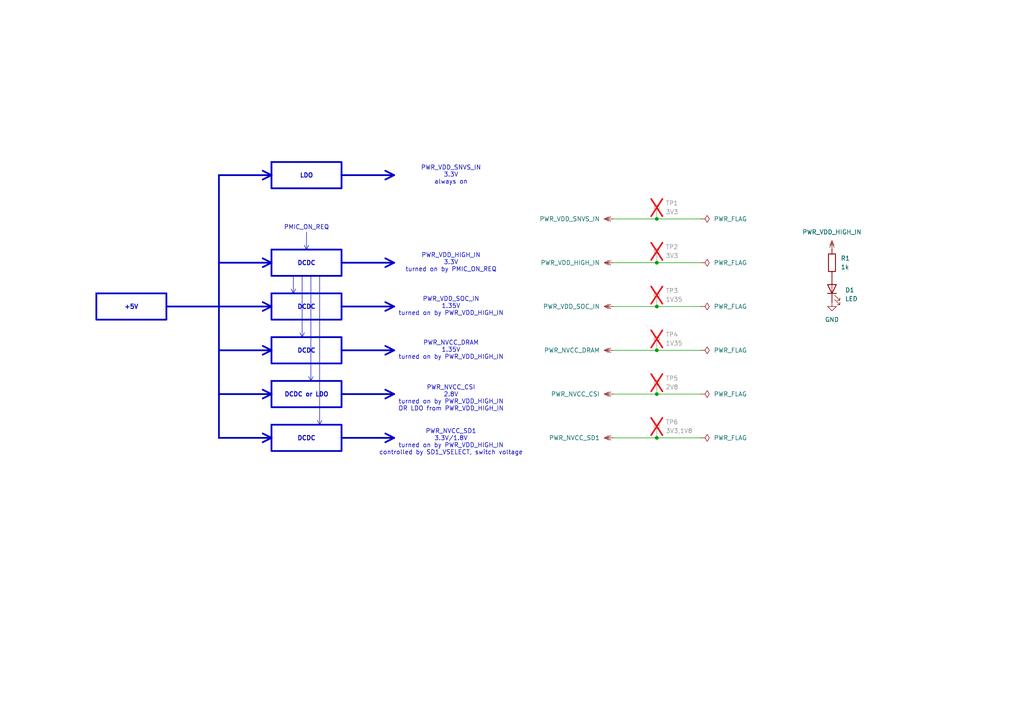
<source format=kicad_sch>
(kicad_sch
	(version 20231120)
	(generator "eeschema")
	(generator_version "8.0")
	(uuid "6509fb90-a790-49c3-8497-f98a3305807c")
	(paper "A4")
	(title_block
		(title "i.MX6ULL Core - Power")
		(date "2024-06-06")
		(rev "0.9.1")
	)
	(lib_symbols
		(symbol "Connector:TestPoint"
			(pin_numbers hide)
			(pin_names
				(offset 0.762) hide)
			(exclude_from_sim no)
			(in_bom yes)
			(on_board yes)
			(property "Reference" "TP"
				(at 0 6.858 0)
				(effects
					(font
						(size 1.27 1.27)
					)
				)
			)
			(property "Value" "TestPoint"
				(at 0 5.08 0)
				(effects
					(font
						(size 1.27 1.27)
					)
				)
			)
			(property "Footprint" ""
				(at 5.08 0 0)
				(effects
					(font
						(size 1.27 1.27)
					)
					(hide yes)
				)
			)
			(property "Datasheet" "~"
				(at 5.08 0 0)
				(effects
					(font
						(size 1.27 1.27)
					)
					(hide yes)
				)
			)
			(property "Description" "test point"
				(at 0 0 0)
				(effects
					(font
						(size 1.27 1.27)
					)
					(hide yes)
				)
			)
			(property "ki_keywords" "test point tp"
				(at 0 0 0)
				(effects
					(font
						(size 1.27 1.27)
					)
					(hide yes)
				)
			)
			(property "ki_fp_filters" "Pin* Test*"
				(at 0 0 0)
				(effects
					(font
						(size 1.27 1.27)
					)
					(hide yes)
				)
			)
			(symbol "TestPoint_0_1"
				(circle
					(center 0 3.302)
					(radius 0.762)
					(stroke
						(width 0)
						(type default)
					)
					(fill
						(type none)
					)
				)
			)
			(symbol "TestPoint_1_1"
				(pin passive line
					(at 0 0 90)
					(length 2.54)
					(name "1"
						(effects
							(font
								(size 1.27 1.27)
							)
						)
					)
					(number "1"
						(effects
							(font
								(size 1.27 1.27)
							)
						)
					)
				)
			)
		)
		(symbol "Device:LED"
			(pin_numbers hide)
			(pin_names
				(offset 1.016) hide)
			(exclude_from_sim no)
			(in_bom yes)
			(on_board yes)
			(property "Reference" "D"
				(at 0 2.54 0)
				(effects
					(font
						(size 1.27 1.27)
					)
				)
			)
			(property "Value" "LED"
				(at 0 -2.54 0)
				(effects
					(font
						(size 1.27 1.27)
					)
				)
			)
			(property "Footprint" ""
				(at 0 0 0)
				(effects
					(font
						(size 1.27 1.27)
					)
					(hide yes)
				)
			)
			(property "Datasheet" "~"
				(at 0 0 0)
				(effects
					(font
						(size 1.27 1.27)
					)
					(hide yes)
				)
			)
			(property "Description" "Light emitting diode"
				(at 0 0 0)
				(effects
					(font
						(size 1.27 1.27)
					)
					(hide yes)
				)
			)
			(property "ki_keywords" "LED diode"
				(at 0 0 0)
				(effects
					(font
						(size 1.27 1.27)
					)
					(hide yes)
				)
			)
			(property "ki_fp_filters" "LED* LED_SMD:* LED_THT:*"
				(at 0 0 0)
				(effects
					(font
						(size 1.27 1.27)
					)
					(hide yes)
				)
			)
			(symbol "LED_0_1"
				(polyline
					(pts
						(xy -1.27 -1.27) (xy -1.27 1.27)
					)
					(stroke
						(width 0.254)
						(type default)
					)
					(fill
						(type none)
					)
				)
				(polyline
					(pts
						(xy -1.27 0) (xy 1.27 0)
					)
					(stroke
						(width 0)
						(type default)
					)
					(fill
						(type none)
					)
				)
				(polyline
					(pts
						(xy 1.27 -1.27) (xy 1.27 1.27) (xy -1.27 0) (xy 1.27 -1.27)
					)
					(stroke
						(width 0.254)
						(type default)
					)
					(fill
						(type none)
					)
				)
				(polyline
					(pts
						(xy -3.048 -0.762) (xy -4.572 -2.286) (xy -3.81 -2.286) (xy -4.572 -2.286) (xy -4.572 -1.524)
					)
					(stroke
						(width 0)
						(type default)
					)
					(fill
						(type none)
					)
				)
				(polyline
					(pts
						(xy -1.778 -0.762) (xy -3.302 -2.286) (xy -2.54 -2.286) (xy -3.302 -2.286) (xy -3.302 -1.524)
					)
					(stroke
						(width 0)
						(type default)
					)
					(fill
						(type none)
					)
				)
			)
			(symbol "LED_1_1"
				(pin passive line
					(at -3.81 0 0)
					(length 2.54)
					(name "K"
						(effects
							(font
								(size 1.27 1.27)
							)
						)
					)
					(number "1"
						(effects
							(font
								(size 1.27 1.27)
							)
						)
					)
				)
				(pin passive line
					(at 3.81 0 180)
					(length 2.54)
					(name "A"
						(effects
							(font
								(size 1.27 1.27)
							)
						)
					)
					(number "2"
						(effects
							(font
								(size 1.27 1.27)
							)
						)
					)
				)
			)
		)
		(symbol "Device:R"
			(pin_numbers hide)
			(pin_names
				(offset 0)
			)
			(exclude_from_sim no)
			(in_bom yes)
			(on_board yes)
			(property "Reference" "R"
				(at 2.032 0 90)
				(effects
					(font
						(size 1.27 1.27)
					)
				)
			)
			(property "Value" "R"
				(at 0 0 90)
				(effects
					(font
						(size 1.27 1.27)
					)
				)
			)
			(property "Footprint" ""
				(at -1.778 0 90)
				(effects
					(font
						(size 1.27 1.27)
					)
					(hide yes)
				)
			)
			(property "Datasheet" "~"
				(at 0 0 0)
				(effects
					(font
						(size 1.27 1.27)
					)
					(hide yes)
				)
			)
			(property "Description" "Resistor"
				(at 0 0 0)
				(effects
					(font
						(size 1.27 1.27)
					)
					(hide yes)
				)
			)
			(property "ki_keywords" "R res resistor"
				(at 0 0 0)
				(effects
					(font
						(size 1.27 1.27)
					)
					(hide yes)
				)
			)
			(property "ki_fp_filters" "R_*"
				(at 0 0 0)
				(effects
					(font
						(size 1.27 1.27)
					)
					(hide yes)
				)
			)
			(symbol "R_0_1"
				(rectangle
					(start -1.016 -2.54)
					(end 1.016 2.54)
					(stroke
						(width 0.254)
						(type default)
					)
					(fill
						(type none)
					)
				)
			)
			(symbol "R_1_1"
				(pin passive line
					(at 0 3.81 270)
					(length 1.27)
					(name "~"
						(effects
							(font
								(size 1.27 1.27)
							)
						)
					)
					(number "1"
						(effects
							(font
								(size 1.27 1.27)
							)
						)
					)
				)
				(pin passive line
					(at 0 -3.81 90)
					(length 1.27)
					(name "~"
						(effects
							(font
								(size 1.27 1.27)
							)
						)
					)
					(number "2"
						(effects
							(font
								(size 1.27 1.27)
							)
						)
					)
				)
			)
		)
		(symbol "i.MX6ULL_Core:PWR_NVCC_CSI"
			(power)
			(pin_numbers hide)
			(pin_names hide)
			(exclude_from_sim no)
			(in_bom no)
			(on_board no)
			(property "Reference" "#PWR_NVCC_CSI"
				(at 0 0 0)
				(effects
					(font
						(size 1.27 1.27)
					)
					(hide yes)
				)
			)
			(property "Value" "PWR_NVCC_CSI"
				(at 0 0 0)
				(effects
					(font
						(size 1.27 1.27)
					)
				)
			)
			(property "Footprint" ""
				(at 0 0 0)
				(effects
					(font
						(size 1.27 1.27)
					)
					(hide yes)
				)
			)
			(property "Datasheet" ""
				(at 0 0 0)
				(effects
					(font
						(size 1.27 1.27)
					)
					(hide yes)
				)
			)
			(property "Description" ""
				(at 0 0 0)
				(effects
					(font
						(size 1.27 1.27)
					)
					(hide yes)
				)
			)
			(symbol "PWR_NVCC_CSI_0_1"
				(polyline
					(pts
						(xy -0.635 0.635) (xy 0 1.905)
					)
					(stroke
						(width 0)
						(type default)
					)
					(fill
						(type none)
					)
				)
				(polyline
					(pts
						(xy -0.635 1.27) (xy 0 2.54)
					)
					(stroke
						(width 0)
						(type default)
					)
					(fill
						(type none)
					)
				)
				(polyline
					(pts
						(xy 0 2.54) (xy 0 0)
					)
					(stroke
						(width 0)
						(type default)
					)
					(fill
						(type none)
					)
				)
				(polyline
					(pts
						(xy 0.635 0.635) (xy 0 1.905)
					)
					(stroke
						(width 0)
						(type default)
					)
					(fill
						(type none)
					)
				)
				(polyline
					(pts
						(xy 0.635 1.27) (xy 0 2.54)
					)
					(stroke
						(width 0)
						(type default)
					)
					(fill
						(type none)
					)
				)
			)
			(symbol "PWR_NVCC_CSI_1_1"
				(pin power_in line
					(at 0 0 0)
					(length 0)
					(name ""
						(effects
							(font
								(size 1.27 1.27)
							)
						)
					)
					(number "1"
						(effects
							(font
								(size 1.27 1.27)
							)
						)
					)
				)
			)
		)
		(symbol "i.MX6ULL_Core:PWR_NVCC_DRAM"
			(power)
			(pin_numbers hide)
			(pin_names hide)
			(exclude_from_sim no)
			(in_bom no)
			(on_board no)
			(property "Reference" "#PWR_NVCC_DRAM"
				(at 0 0 0)
				(effects
					(font
						(size 1.27 1.27)
					)
					(hide yes)
				)
			)
			(property "Value" "PWR_NVCC_DRAM"
				(at 0 0 0)
				(effects
					(font
						(size 1.27 1.27)
					)
				)
			)
			(property "Footprint" ""
				(at 0 0 0)
				(effects
					(font
						(size 1.27 1.27)
					)
					(hide yes)
				)
			)
			(property "Datasheet" ""
				(at 0 0 0)
				(effects
					(font
						(size 1.27 1.27)
					)
					(hide yes)
				)
			)
			(property "Description" ""
				(at 0 0 0)
				(effects
					(font
						(size 1.27 1.27)
					)
					(hide yes)
				)
			)
			(symbol "PWR_NVCC_DRAM_0_1"
				(polyline
					(pts
						(xy -0.635 0.635) (xy 0 1.905)
					)
					(stroke
						(width 0)
						(type default)
					)
					(fill
						(type none)
					)
				)
				(polyline
					(pts
						(xy -0.635 1.27) (xy 0 2.54)
					)
					(stroke
						(width 0)
						(type default)
					)
					(fill
						(type none)
					)
				)
				(polyline
					(pts
						(xy 0 2.54) (xy 0 0)
					)
					(stroke
						(width 0)
						(type default)
					)
					(fill
						(type none)
					)
				)
				(polyline
					(pts
						(xy 0.635 0.635) (xy 0 1.905)
					)
					(stroke
						(width 0)
						(type default)
					)
					(fill
						(type none)
					)
				)
				(polyline
					(pts
						(xy 0.635 1.27) (xy 0 2.54)
					)
					(stroke
						(width 0)
						(type default)
					)
					(fill
						(type none)
					)
				)
			)
			(symbol "PWR_NVCC_DRAM_1_1"
				(pin power_in line
					(at 0 0 0)
					(length 0)
					(name ""
						(effects
							(font
								(size 1.27 1.27)
							)
						)
					)
					(number "1"
						(effects
							(font
								(size 1.27 1.27)
							)
						)
					)
				)
			)
		)
		(symbol "i.MX6ULL_Core:PWR_NVCC_SD1"
			(power)
			(pin_numbers hide)
			(pin_names hide)
			(exclude_from_sim no)
			(in_bom no)
			(on_board no)
			(property "Reference" "#PWR_NVCC_SD1"
				(at 0 0 0)
				(effects
					(font
						(size 1.27 1.27)
					)
					(hide yes)
				)
			)
			(property "Value" "PWR_NVCC_SD1"
				(at 0 0 0)
				(effects
					(font
						(size 1.27 1.27)
					)
				)
			)
			(property "Footprint" ""
				(at 0 0 0)
				(effects
					(font
						(size 1.27 1.27)
					)
					(hide yes)
				)
			)
			(property "Datasheet" ""
				(at 0 0 0)
				(effects
					(font
						(size 1.27 1.27)
					)
					(hide yes)
				)
			)
			(property "Description" ""
				(at 0 0 0)
				(effects
					(font
						(size 1.27 1.27)
					)
					(hide yes)
				)
			)
			(symbol "PWR_NVCC_SD1_0_1"
				(polyline
					(pts
						(xy -0.635 0.635) (xy 0 1.905)
					)
					(stroke
						(width 0)
						(type default)
					)
					(fill
						(type none)
					)
				)
				(polyline
					(pts
						(xy -0.635 1.27) (xy 0 2.54)
					)
					(stroke
						(width 0)
						(type default)
					)
					(fill
						(type none)
					)
				)
				(polyline
					(pts
						(xy 0 2.54) (xy 0 0)
					)
					(stroke
						(width 0)
						(type default)
					)
					(fill
						(type none)
					)
				)
				(polyline
					(pts
						(xy 0.635 0.635) (xy 0 1.905)
					)
					(stroke
						(width 0)
						(type default)
					)
					(fill
						(type none)
					)
				)
				(polyline
					(pts
						(xy 0.635 1.27) (xy 0 2.54)
					)
					(stroke
						(width 0)
						(type default)
					)
					(fill
						(type none)
					)
				)
			)
			(symbol "PWR_NVCC_SD1_1_1"
				(pin power_in line
					(at 0 0 0)
					(length 0)
					(name ""
						(effects
							(font
								(size 1.27 1.27)
							)
						)
					)
					(number "1"
						(effects
							(font
								(size 1.27 1.27)
							)
						)
					)
				)
			)
		)
		(symbol "i.MX6ULL_Core:PWR_VDD_HIGH_IN"
			(power)
			(pin_numbers hide)
			(pin_names hide)
			(exclude_from_sim no)
			(in_bom no)
			(on_board no)
			(property "Reference" "#PWR_VDD_HIGH_IN"
				(at 0 0 0)
				(effects
					(font
						(size 1.27 1.27)
					)
					(hide yes)
				)
			)
			(property "Value" "PWR_VDD_HIGH_IN"
				(at 0 0 0)
				(effects
					(font
						(size 1.27 1.27)
					)
				)
			)
			(property "Footprint" ""
				(at 0 0 0)
				(effects
					(font
						(size 1.27 1.27)
					)
					(hide yes)
				)
			)
			(property "Datasheet" ""
				(at 0 0 0)
				(effects
					(font
						(size 1.27 1.27)
					)
					(hide yes)
				)
			)
			(property "Description" ""
				(at 0 0 0)
				(effects
					(font
						(size 1.27 1.27)
					)
					(hide yes)
				)
			)
			(symbol "PWR_VDD_HIGH_IN_0_1"
				(polyline
					(pts
						(xy -0.635 0.635) (xy 0 1.905)
					)
					(stroke
						(width 0)
						(type default)
					)
					(fill
						(type none)
					)
				)
				(polyline
					(pts
						(xy -0.635 1.27) (xy 0 2.54)
					)
					(stroke
						(width 0)
						(type default)
					)
					(fill
						(type none)
					)
				)
				(polyline
					(pts
						(xy 0 2.54) (xy 0 0)
					)
					(stroke
						(width 0)
						(type default)
					)
					(fill
						(type none)
					)
				)
				(polyline
					(pts
						(xy 0.635 0.635) (xy 0 1.905)
					)
					(stroke
						(width 0)
						(type default)
					)
					(fill
						(type none)
					)
				)
				(polyline
					(pts
						(xy 0.635 1.27) (xy 0 2.54)
					)
					(stroke
						(width 0)
						(type default)
					)
					(fill
						(type none)
					)
				)
			)
			(symbol "PWR_VDD_HIGH_IN_1_1"
				(pin power_in line
					(at 0 0 0)
					(length 0)
					(name ""
						(effects
							(font
								(size 1.27 1.27)
							)
						)
					)
					(number "1"
						(effects
							(font
								(size 1.27 1.27)
							)
						)
					)
				)
			)
		)
		(symbol "i.MX6ULL_Core:PWR_VDD_SNVS_IN"
			(power)
			(pin_numbers hide)
			(pin_names hide)
			(exclude_from_sim no)
			(in_bom no)
			(on_board no)
			(property "Reference" "#PWR_VDD_SNVS_IN"
				(at 0 0 0)
				(effects
					(font
						(size 1.27 1.27)
					)
					(hide yes)
				)
			)
			(property "Value" "PWR_VDD_SNVS_IN"
				(at 0 0 0)
				(effects
					(font
						(size 1.27 1.27)
					)
				)
			)
			(property "Footprint" ""
				(at 0 0 0)
				(effects
					(font
						(size 1.27 1.27)
					)
					(hide yes)
				)
			)
			(property "Datasheet" ""
				(at 0 0 0)
				(effects
					(font
						(size 1.27 1.27)
					)
					(hide yes)
				)
			)
			(property "Description" ""
				(at 0 0 0)
				(effects
					(font
						(size 1.27 1.27)
					)
					(hide yes)
				)
			)
			(symbol "PWR_VDD_SNVS_IN_0_1"
				(polyline
					(pts
						(xy -0.635 0.635) (xy 0 1.905)
					)
					(stroke
						(width 0)
						(type default)
					)
					(fill
						(type none)
					)
				)
				(polyline
					(pts
						(xy -0.635 1.27) (xy 0 2.54)
					)
					(stroke
						(width 0)
						(type default)
					)
					(fill
						(type none)
					)
				)
				(polyline
					(pts
						(xy 0 2.54) (xy 0 0)
					)
					(stroke
						(width 0)
						(type default)
					)
					(fill
						(type none)
					)
				)
				(polyline
					(pts
						(xy 0.635 0.635) (xy 0 1.905)
					)
					(stroke
						(width 0)
						(type default)
					)
					(fill
						(type none)
					)
				)
				(polyline
					(pts
						(xy 0.635 1.27) (xy 0 2.54)
					)
					(stroke
						(width 0)
						(type default)
					)
					(fill
						(type none)
					)
				)
			)
			(symbol "PWR_VDD_SNVS_IN_1_1"
				(pin power_in line
					(at 0 0 0)
					(length 0)
					(name ""
						(effects
							(font
								(size 1.27 1.27)
							)
						)
					)
					(number "1"
						(effects
							(font
								(size 1.27 1.27)
							)
						)
					)
				)
			)
		)
		(symbol "i.MX6ULL_Core:PWR_VDD_SOC_IN"
			(power)
			(pin_numbers hide)
			(pin_names hide)
			(exclude_from_sim no)
			(in_bom no)
			(on_board no)
			(property "Reference" "#PWR_VDD_SOC_IN"
				(at 0 0 0)
				(effects
					(font
						(size 1.27 1.27)
					)
					(hide yes)
				)
			)
			(property "Value" "PWR_VDD_SOC_IN"
				(at 0 0 0)
				(effects
					(font
						(size 1.27 1.27)
					)
				)
			)
			(property "Footprint" ""
				(at 0 0 0)
				(effects
					(font
						(size 1.27 1.27)
					)
					(hide yes)
				)
			)
			(property "Datasheet" ""
				(at 0 0 0)
				(effects
					(font
						(size 1.27 1.27)
					)
					(hide yes)
				)
			)
			(property "Description" ""
				(at 0 0 0)
				(effects
					(font
						(size 1.27 1.27)
					)
					(hide yes)
				)
			)
			(symbol "PWR_VDD_SOC_IN_0_1"
				(polyline
					(pts
						(xy -0.635 0.635) (xy 0 1.905)
					)
					(stroke
						(width 0)
						(type default)
					)
					(fill
						(type none)
					)
				)
				(polyline
					(pts
						(xy -0.635 1.27) (xy 0 2.54)
					)
					(stroke
						(width 0)
						(type default)
					)
					(fill
						(type none)
					)
				)
				(polyline
					(pts
						(xy 0 2.54) (xy 0 0)
					)
					(stroke
						(width 0)
						(type default)
					)
					(fill
						(type none)
					)
				)
				(polyline
					(pts
						(xy 0.635 0.635) (xy 0 1.905)
					)
					(stroke
						(width 0)
						(type default)
					)
					(fill
						(type none)
					)
				)
				(polyline
					(pts
						(xy 0.635 1.27) (xy 0 2.54)
					)
					(stroke
						(width 0)
						(type default)
					)
					(fill
						(type none)
					)
				)
			)
			(symbol "PWR_VDD_SOC_IN_1_1"
				(pin power_in line
					(at 0 0 0)
					(length 0)
					(name ""
						(effects
							(font
								(size 1.27 1.27)
							)
						)
					)
					(number "1"
						(effects
							(font
								(size 1.27 1.27)
							)
						)
					)
				)
			)
		)
		(symbol "power:GND"
			(power)
			(pin_numbers hide)
			(pin_names
				(offset 0) hide)
			(exclude_from_sim no)
			(in_bom yes)
			(on_board yes)
			(property "Reference" "#PWR"
				(at 0 -6.35 0)
				(effects
					(font
						(size 1.27 1.27)
					)
					(hide yes)
				)
			)
			(property "Value" "GND"
				(at 0 -3.81 0)
				(effects
					(font
						(size 1.27 1.27)
					)
				)
			)
			(property "Footprint" ""
				(at 0 0 0)
				(effects
					(font
						(size 1.27 1.27)
					)
					(hide yes)
				)
			)
			(property "Datasheet" ""
				(at 0 0 0)
				(effects
					(font
						(size 1.27 1.27)
					)
					(hide yes)
				)
			)
			(property "Description" "Power symbol creates a global label with name \"GND\" , ground"
				(at 0 0 0)
				(effects
					(font
						(size 1.27 1.27)
					)
					(hide yes)
				)
			)
			(property "ki_keywords" "global power"
				(at 0 0 0)
				(effects
					(font
						(size 1.27 1.27)
					)
					(hide yes)
				)
			)
			(symbol "GND_0_1"
				(polyline
					(pts
						(xy 0 0) (xy 0 -1.27) (xy 1.27 -1.27) (xy 0 -2.54) (xy -1.27 -1.27) (xy 0 -1.27)
					)
					(stroke
						(width 0)
						(type default)
					)
					(fill
						(type none)
					)
				)
			)
			(symbol "GND_1_1"
				(pin power_in line
					(at 0 0 270)
					(length 0)
					(name "~"
						(effects
							(font
								(size 1.27 1.27)
							)
						)
					)
					(number "1"
						(effects
							(font
								(size 1.27 1.27)
							)
						)
					)
				)
			)
		)
		(symbol "power:PWR_FLAG"
			(power)
			(pin_numbers hide)
			(pin_names
				(offset 0) hide)
			(exclude_from_sim no)
			(in_bom yes)
			(on_board yes)
			(property "Reference" "#FLG"
				(at 0 1.905 0)
				(effects
					(font
						(size 1.27 1.27)
					)
					(hide yes)
				)
			)
			(property "Value" "PWR_FLAG"
				(at 0 3.81 0)
				(effects
					(font
						(size 1.27 1.27)
					)
				)
			)
			(property "Footprint" ""
				(at 0 0 0)
				(effects
					(font
						(size 1.27 1.27)
					)
					(hide yes)
				)
			)
			(property "Datasheet" "~"
				(at 0 0 0)
				(effects
					(font
						(size 1.27 1.27)
					)
					(hide yes)
				)
			)
			(property "Description" "Special symbol for telling ERC where power comes from"
				(at 0 0 0)
				(effects
					(font
						(size 1.27 1.27)
					)
					(hide yes)
				)
			)
			(property "ki_keywords" "flag power"
				(at 0 0 0)
				(effects
					(font
						(size 1.27 1.27)
					)
					(hide yes)
				)
			)
			(symbol "PWR_FLAG_0_0"
				(pin power_out line
					(at 0 0 90)
					(length 0)
					(name "~"
						(effects
							(font
								(size 1.27 1.27)
							)
						)
					)
					(number "1"
						(effects
							(font
								(size 1.27 1.27)
							)
						)
					)
				)
			)
			(symbol "PWR_FLAG_0_1"
				(polyline
					(pts
						(xy 0 0) (xy 0 1.27) (xy -1.016 1.905) (xy 0 2.54) (xy 1.016 1.905) (xy 0 1.27)
					)
					(stroke
						(width 0)
						(type default)
					)
					(fill
						(type none)
					)
				)
			)
		)
	)
	(junction
		(at 190.5 127)
		(diameter 0)
		(color 0 0 0 0)
		(uuid "5580893c-c572-4a47-8feb-40fae92182fd")
	)
	(junction
		(at 190.5 76.2)
		(diameter 0)
		(color 0 0 0 0)
		(uuid "791b9cde-3bf3-4f7a-b2bb-a26f2fa17c99")
	)
	(junction
		(at 190.5 114.3)
		(diameter 0)
		(color 0 0 0 0)
		(uuid "9b13aa54-0f80-4b02-818d-f391e5cf399b")
	)
	(junction
		(at 190.5 101.6)
		(diameter 0)
		(color 0 0 0 0)
		(uuid "a431600d-908c-494d-ac44-395adc319d0e")
	)
	(junction
		(at 190.5 88.9)
		(diameter 0)
		(color 0 0 0 0)
		(uuid "cee5cd14-f7b4-450e-8f32-7d0811f20098")
	)
	(junction
		(at 190.5 63.5)
		(diameter 0)
		(color 0 0 0 0)
		(uuid "e46ed943-1c7d-430f-9ee1-c5e05782fd8f")
	)
	(polyline
		(pts
			(xy 111.76 49.53) (xy 114.3 50.8)
		)
		(stroke
			(width 0.508)
			(type default)
		)
		(uuid "00171492-95d3-40fc-becd-04dac7324ac6")
	)
	(polyline
		(pts
			(xy 76.2 115.57) (xy 78.74 114.3)
		)
		(stroke
			(width 0.508)
			(type default)
		)
		(uuid "0811fa51-c529-4b5d-b1f3-d5d74b1f8e43")
	)
	(polyline
		(pts
			(xy 111.76 52.07) (xy 114.3 50.8)
		)
		(stroke
			(width 0.508)
			(type default)
		)
		(uuid "123f4b94-32f4-4f75-aad9-2bc83c212265")
	)
	(polyline
		(pts
			(xy 88.265 96.52) (xy 87.63 97.79)
		)
		(stroke
			(width 0)
			(type default)
		)
		(uuid "1720c406-fc83-444d-bc4f-8ebc9001a516")
	)
	(polyline
		(pts
			(xy 111.76 77.47) (xy 114.3 76.2)
		)
		(stroke
			(width 0.508)
			(type default)
		)
		(uuid "20b88d7c-78bc-4bb4-a8a0-cc7582c0cbab")
	)
	(polyline
		(pts
			(xy 111.76 125.73) (xy 114.3 127)
		)
		(stroke
			(width 0.508)
			(type default)
		)
		(uuid "20d5878b-4396-49a9-983e-1881ce3a7890")
	)
	(polyline
		(pts
			(xy 76.2 87.63) (xy 78.74 88.9)
		)
		(stroke
			(width 0.508)
			(type default)
		)
		(uuid "21ec6534-c5a4-41d6-9a90-8c702dcdead0")
	)
	(polyline
		(pts
			(xy 63.5 127) (xy 63.5 50.8)
		)
		(stroke
			(width 0.508)
			(type default)
		)
		(uuid "26f8e67d-7bf6-48d8-9046-300db3511860")
	)
	(wire
		(pts
			(xy 190.5 88.9) (xy 203.2 88.9)
		)
		(stroke
			(width 0)
			(type default)
		)
		(uuid "273820a2-86d0-4e0a-ab78-d65568dcdad5")
	)
	(polyline
		(pts
			(xy 63.5 88.9) (xy 78.74 88.9)
		)
		(stroke
			(width 0.508)
			(type default)
		)
		(uuid "2ffdaa2a-b61a-4ba9-812c-80b6525ac112")
	)
	(polyline
		(pts
			(xy 88.265 71.12) (xy 88.9 72.39)
		)
		(stroke
			(width 0)
			(type default)
		)
		(uuid "30fec7a1-956f-4110-ab75-7833734c6142")
	)
	(polyline
		(pts
			(xy 86.995 96.52) (xy 87.63 97.79)
		)
		(stroke
			(width 0)
			(type default)
		)
		(uuid "3154cd0a-0e1a-4c2c-8648-5caab87677fa")
	)
	(wire
		(pts
			(xy 190.5 63.5) (xy 203.2 63.5)
		)
		(stroke
			(width 0)
			(type default)
		)
		(uuid "3633bc08-4f5d-4c4e-8d33-822ec1559f43")
	)
	(polyline
		(pts
			(xy 92.075 121.92) (xy 92.71 123.19)
		)
		(stroke
			(width 0)
			(type default)
		)
		(uuid "3747ef00-52f9-4762-9aec-14edc44a508d")
	)
	(polyline
		(pts
			(xy 111.76 74.93) (xy 114.3 76.2)
		)
		(stroke
			(width 0.508)
			(type default)
		)
		(uuid "412ec9d1-6904-484c-8d01-b407b8787840")
	)
	(polyline
		(pts
			(xy 76.2 113.03) (xy 78.74 114.3)
		)
		(stroke
			(width 0.508)
			(type default)
		)
		(uuid "46e0f044-4539-44ff-8132-d99b383e2a95")
	)
	(polyline
		(pts
			(xy 85.09 80.01) (xy 85.09 85.09)
		)
		(stroke
			(width 0)
			(type default)
		)
		(uuid "49fc9e77-a1bc-450c-b8b2-1846474d8e1c")
	)
	(wire
		(pts
			(xy 177.8 114.3) (xy 190.5 114.3)
		)
		(stroke
			(width 0)
			(type default)
		)
		(uuid "4b56b259-0b49-4791-8420-a823172e5350")
	)
	(polyline
		(pts
			(xy 111.76 90.17) (xy 114.3 88.9)
		)
		(stroke
			(width 0.508)
			(type default)
		)
		(uuid "4d2eac5f-7226-4ec3-89a5-6e3f001ced56")
	)
	(wire
		(pts
			(xy 190.5 127) (xy 203.2 127)
		)
		(stroke
			(width 0)
			(type default)
		)
		(uuid "50bdcc62-8948-4518-bbd8-a20e06d31f93")
	)
	(polyline
		(pts
			(xy 63.5 127) (xy 78.74 127)
		)
		(stroke
			(width 0.508)
			(type default)
		)
		(uuid "50e371ad-1a9c-4905-a65f-a1da216d0fee")
	)
	(wire
		(pts
			(xy 177.8 63.5) (xy 190.5 63.5)
		)
		(stroke
			(width 0)
			(type default)
		)
		(uuid "5f1b9137-0278-4699-be6a-1fc89d8b6c3f")
	)
	(wire
		(pts
			(xy 177.8 88.9) (xy 190.5 88.9)
		)
		(stroke
			(width 0)
			(type default)
		)
		(uuid "655e91ef-5953-4889-9a92-3dd1a5b93a2b")
	)
	(wire
		(pts
			(xy 190.5 76.2) (xy 203.2 76.2)
		)
		(stroke
			(width 0)
			(type default)
		)
		(uuid "683b599b-a0d2-4d61-97db-44a4d3a38517")
	)
	(polyline
		(pts
			(xy 76.2 52.07) (xy 78.74 50.8)
		)
		(stroke
			(width 0.508)
			(type default)
		)
		(uuid "76aa0c9a-ee6d-4f00-b74a-4ee08c781035")
	)
	(polyline
		(pts
			(xy 76.2 125.73) (xy 78.74 127)
		)
		(stroke
			(width 0.508)
			(type default)
		)
		(uuid "7781b434-2695-406a-9edb-46ef10ec5674")
	)
	(polyline
		(pts
			(xy 111.76 115.57) (xy 114.3 114.3)
		)
		(stroke
			(width 0.508)
			(type default)
		)
		(uuid "790f34d6-cef8-426a-9426-a616270fd770")
	)
	(polyline
		(pts
			(xy 76.2 74.93) (xy 78.74 76.2)
		)
		(stroke
			(width 0.508)
			(type default)
		)
		(uuid "79b6c5e5-767c-48d8-ab4c-3fbfffd36776")
	)
	(polyline
		(pts
			(xy 111.76 128.27) (xy 114.3 127)
		)
		(stroke
			(width 0.508)
			(type default)
		)
		(uuid "7daef23c-d74a-45a7-af96-36e344aba6fb")
	)
	(polyline
		(pts
			(xy 88.9 67.31) (xy 88.9 72.39)
		)
		(stroke
			(width 0)
			(type default)
		)
		(uuid "7dcd1ac6-9274-46b1-9cf0-30a0d5e51eac")
	)
	(polyline
		(pts
			(xy 89.535 71.12) (xy 88.9 72.39)
		)
		(stroke
			(width 0)
			(type default)
		)
		(uuid "7e27080d-ec47-48b3-a772-d65514fc1370")
	)
	(polyline
		(pts
			(xy 99.06 127) (xy 114.3 127)
		)
		(stroke
			(width 0.508)
			(type default)
		)
		(uuid "7ea7f6e6-7f75-4eb8-aa0a-cae229d650b9")
	)
	(polyline
		(pts
			(xy 48.26 88.9) (xy 63.5 88.9)
		)
		(stroke
			(width 0.508)
			(type default)
		)
		(uuid "82e608f7-4cad-4bf5-8c2f-7e95ed7b378f")
	)
	(polyline
		(pts
			(xy 92.71 80.01) (xy 92.71 123.19)
		)
		(stroke
			(width 0)
			(type default)
		)
		(uuid "8553c0b0-ad2e-42b5-b56d-dc1ee519cc4b")
	)
	(polyline
		(pts
			(xy 63.5 101.6) (xy 78.74 101.6)
		)
		(stroke
			(width 0.508)
			(type default)
		)
		(uuid "8790ea70-8652-41a1-95ea-fd02180e97bf")
	)
	(polyline
		(pts
			(xy 63.5 76.2) (xy 78.74 76.2)
		)
		(stroke
			(width 0.508)
			(type default)
		)
		(uuid "88adfdb0-89fe-4dfe-b9de-163e97e94733")
	)
	(polyline
		(pts
			(xy 84.455 83.82) (xy 85.09 85.09)
		)
		(stroke
			(width 0)
			(type default)
		)
		(uuid "88b50734-56f7-4b32-88c2-3c7a156ce18b")
	)
	(polyline
		(pts
			(xy 111.76 102.87) (xy 114.3 101.6)
		)
		(stroke
			(width 0.508)
			(type default)
		)
		(uuid "8e5286a5-af71-47df-b9ca-ea50310a0ef1")
	)
	(polyline
		(pts
			(xy 63.5 50.8) (xy 78.74 50.8)
		)
		(stroke
			(width 0.508)
			(type default)
		)
		(uuid "9b25592c-558e-49e0-985a-33bcc19b3e43")
	)
	(polyline
		(pts
			(xy 76.2 102.87) (xy 78.74 101.6)
		)
		(stroke
			(width 0.508)
			(type default)
		)
		(uuid "9df33a93-54c4-4e1f-9038-2805a41a0a59")
	)
	(wire
		(pts
			(xy 190.5 114.3) (xy 203.2 114.3)
		)
		(stroke
			(width 0)
			(type default)
		)
		(uuid "9e8a1c04-b127-4c73-b954-2694c13cf4df")
	)
	(polyline
		(pts
			(xy 89.535 109.22) (xy 90.17 110.49)
		)
		(stroke
			(width 0)
			(type default)
		)
		(uuid "9ee10691-9d23-4d20-b123-dc60ec0aa1d3")
	)
	(polyline
		(pts
			(xy 99.06 50.8) (xy 114.3 50.8)
		)
		(stroke
			(width 0.508)
			(type default)
		)
		(uuid "a2916b1b-fc9b-4b3e-86f9-b8551205beea")
	)
	(polyline
		(pts
			(xy 85.725 83.82) (xy 85.09 85.09)
		)
		(stroke
			(width 0)
			(type default)
		)
		(uuid "a30569e6-6b44-4531-9a29-51e7b19066ec")
	)
	(polyline
		(pts
			(xy 76.2 128.27) (xy 78.74 127)
		)
		(stroke
			(width 0.508)
			(type default)
		)
		(uuid "a5624a26-e27d-4737-9840-bb01d3237ef8")
	)
	(polyline
		(pts
			(xy 76.2 77.47) (xy 78.74 76.2)
		)
		(stroke
			(width 0.508)
			(type default)
		)
		(uuid "ad908db6-d7fb-4e8a-a1fa-fe83d26fd571")
	)
	(polyline
		(pts
			(xy 90.805 109.22) (xy 90.17 110.49)
		)
		(stroke
			(width 0)
			(type default)
		)
		(uuid "bad0ce91-93eb-45f8-b755-786558ab9ff9")
	)
	(wire
		(pts
			(xy 177.8 76.2) (xy 190.5 76.2)
		)
		(stroke
			(width 0)
			(type default)
		)
		(uuid "c202adbc-04ad-4f69-8d4e-bec2c9bc4d52")
	)
	(polyline
		(pts
			(xy 111.76 87.63) (xy 114.3 88.9)
		)
		(stroke
			(width 0.508)
			(type default)
		)
		(uuid "c7284977-4e41-420f-aa50-f330a8671ec6")
	)
	(polyline
		(pts
			(xy 63.5 114.3) (xy 78.74 114.3)
		)
		(stroke
			(width 0.508)
			(type default)
		)
		(uuid "d1bc424d-1725-4530-b264-19f01e054f9e")
	)
	(polyline
		(pts
			(xy 111.76 113.03) (xy 114.3 114.3)
		)
		(stroke
			(width 0.508)
			(type default)
		)
		(uuid "d62273f8-b383-4296-8a49-ee92bb952886")
	)
	(polyline
		(pts
			(xy 99.06 88.9) (xy 114.3 88.9)
		)
		(stroke
			(width 0.508)
			(type default)
		)
		(uuid "d6a721be-21b9-4517-8d24-9cc9c487eaff")
	)
	(polyline
		(pts
			(xy 99.06 76.2) (xy 114.3 76.2)
		)
		(stroke
			(width 0.508)
			(type default)
		)
		(uuid "d6bef071-5a65-4098-a1d4-1e7fcacfbbf4")
	)
	(polyline
		(pts
			(xy 99.06 114.3) (xy 114.3 114.3)
		)
		(stroke
			(width 0.508)
			(type default)
		)
		(uuid "d929336c-6433-4d88-b157-dd992dc354f4")
	)
	(polyline
		(pts
			(xy 76.2 100.33) (xy 78.74 101.6)
		)
		(stroke
			(width 0.508)
			(type default)
		)
		(uuid "d990f577-9440-4b5f-9f88-acee8c389270")
	)
	(polyline
		(pts
			(xy 90.17 80.01) (xy 90.17 110.49)
		)
		(stroke
			(width 0)
			(type default)
		)
		(uuid "e811591e-3262-4e49-b424-e8d840d0f492")
	)
	(polyline
		(pts
			(xy 76.2 90.17) (xy 78.74 88.9)
		)
		(stroke
			(width 0.508)
			(type default)
		)
		(uuid "ebe0f2c9-985b-4b5d-83ee-aab44a03aa88")
	)
	(wire
		(pts
			(xy 190.5 101.6) (xy 203.2 101.6)
		)
		(stroke
			(width 0)
			(type default)
		)
		(uuid "ec6451f0-1154-4ae9-acd4-6da79c61f603")
	)
	(polyline
		(pts
			(xy 87.63 80.01) (xy 87.63 97.79)
		)
		(stroke
			(width 0)
			(type default)
		)
		(uuid "f280e7f8-e34f-4171-ac98-cc8576d041cf")
	)
	(wire
		(pts
			(xy 177.8 101.6) (xy 190.5 101.6)
		)
		(stroke
			(width 0)
			(type default)
		)
		(uuid "f45d16d2-aa5e-4c70-bfbb-b83853ee6791")
	)
	(polyline
		(pts
			(xy 99.06 101.6) (xy 114.3 101.6)
		)
		(stroke
			(width 0.508)
			(type default)
		)
		(uuid "f477527f-9986-4509-a58d-3560f41798d7")
	)
	(polyline
		(pts
			(xy 93.345 121.92) (xy 92.71 123.19)
		)
		(stroke
			(width 0)
			(type default)
		)
		(uuid "f57a2f44-e041-432b-9860-c5cfc4ffe3cd")
	)
	(wire
		(pts
			(xy 177.8 127) (xy 190.5 127)
		)
		(stroke
			(width 0)
			(type default)
		)
		(uuid "f932b0fa-1ba6-4a8d-a58e-dab0c83c8366")
	)
	(polyline
		(pts
			(xy 76.2 49.53) (xy 78.74 50.8)
		)
		(stroke
			(width 0.508)
			(type default)
		)
		(uuid "fc7aaf3f-c3b6-47b2-a40c-7e72e019e09c")
	)
	(polyline
		(pts
			(xy 111.76 100.33) (xy 114.3 101.6)
		)
		(stroke
			(width 0.508)
			(type default)
		)
		(uuid "fdd56b33-3b2c-4093-8280-f74759f29dbd")
	)
	(text_box "DCDC or LDO"
		(exclude_from_sim no)
		(at 78.74 110.49 0)
		(size 20.32 7.62)
		(stroke
			(width 0.508)
			(type default)
		)
		(fill
			(type none)
		)
		(effects
			(font
				(size 1.27 1.27)
				(bold yes)
			)
		)
		(uuid "120995ff-31c9-43b4-9dce-072fdbe19af5")
	)
	(text_box "DCDC"
		(exclude_from_sim no)
		(at 78.74 72.39 0)
		(size 20.32 7.62)
		(stroke
			(width 0.508)
			(type default)
		)
		(fill
			(type none)
		)
		(effects
			(font
				(size 1.27 1.27)
				(bold yes)
			)
		)
		(uuid "3d3992e2-cfce-4ec1-a4a5-b59d51b2328e")
	)
	(text_box "+5V"
		(exclude_from_sim no)
		(at 27.94 85.09 0)
		(size 20.32 7.62)
		(stroke
			(width 0.508)
			(type default)
		)
		(fill
			(type none)
		)
		(effects
			(font
				(size 1.27 1.27)
				(thickness 0.254)
				(bold yes)
			)
		)
		(uuid "826c9078-a4aa-418f-aa49-8db1c9c97bce")
	)
	(text_box "DCDC"
		(exclude_from_sim no)
		(at 78.74 85.09 0)
		(size 20.32 7.62)
		(stroke
			(width 0.508)
			(type default)
		)
		(fill
			(type none)
		)
		(effects
			(font
				(size 1.27 1.27)
				(bold yes)
			)
		)
		(uuid "82e0b012-f63d-4992-ad9b-5a14bca585e9")
	)
	(text_box "DCDC"
		(exclude_from_sim no)
		(at 78.74 123.19 0)
		(size 20.32 7.62)
		(stroke
			(width 0.508)
			(type default)
		)
		(fill
			(type none)
		)
		(effects
			(font
				(size 1.27 1.27)
				(bold yes)
			)
		)
		(uuid "a39dd0ac-9c23-444f-9bde-552df98cc1bc")
	)
	(text_box "LDO"
		(exclude_from_sim no)
		(at 78.74 46.99 0)
		(size 20.32 7.62)
		(stroke
			(width 0.508)
			(type default)
		)
		(fill
			(type none)
		)
		(effects
			(font
				(size 1.27 1.27)
				(bold yes)
			)
		)
		(uuid "e425ca86-5c77-45e1-beb1-93ea53838fe9")
	)
	(text_box "DCDC"
		(exclude_from_sim no)
		(at 78.74 97.79 0)
		(size 20.32 7.62)
		(stroke
			(width 0.508)
			(type default)
		)
		(fill
			(type none)
		)
		(effects
			(font
				(size 1.27 1.27)
				(bold yes)
			)
		)
		(uuid "f91726ac-470a-4336-a69e-470e2350f8e6")
	)
	(text "PWR_VDD_SNVS_IN\n3.3V\nalways on"
		(exclude_from_sim no)
		(at 130.81 50.8 0)
		(effects
			(font
				(size 1.27 1.27)
			)
		)
		(uuid "25788593-3937-4af7-a5ec-8943d2f41e1b")
	)
	(text "PWR_VDD_SOC_IN\n1.35V\nturned on by PWR_VDD_HIGH_IN"
		(exclude_from_sim no)
		(at 130.81 88.9 0)
		(effects
			(font
				(size 1.27 1.27)
			)
		)
		(uuid "75c4335c-3c9c-4b7b-9520-1297a4881eab")
	)
	(text "PMIC_ON_REQ"
		(exclude_from_sim no)
		(at 88.9 66.04 0)
		(effects
			(font
				(size 1.27 1.27)
			)
		)
		(uuid "7ecd55d4-82f3-4b10-814d-6fa38ea225cb")
	)
	(text "PWR_VDD_HIGH_IN\n3.3V\nturned on by PMIC_ON_REQ"
		(exclude_from_sim no)
		(at 130.81 76.2 0)
		(effects
			(font
				(size 1.27 1.27)
			)
		)
		(uuid "940215c8-a374-4189-b313-b5f4bfa934a9")
	)
	(text "PWR_NVCC_CSI\n2.8V\nturned on by PWR_VDD_HIGH_IN\nOR LDO from PWR_VDD_HIGH_IN"
		(exclude_from_sim no)
		(at 130.81 115.57 0)
		(effects
			(font
				(size 1.27 1.27)
			)
		)
		(uuid "9db080b4-ba42-46ba-a792-4065ea448b95")
	)
	(text "PWR_NVCC_SD1\n3.3V/1.8V\nturned on by PWR_VDD_HIGH_IN\ncontrolled by SD1_VSELECT, switch voltage"
		(exclude_from_sim no)
		(at 130.81 128.27 0)
		(effects
			(font
				(size 1.27 1.27)
			)
		)
		(uuid "d4b3563d-7cea-4cbc-a399-ff61a828cdb5")
	)
	(text "PWR_NVCC_DRAM\n1.35V\nturned on by PWR_VDD_HIGH_IN"
		(exclude_from_sim no)
		(at 130.81 101.6 0)
		(effects
			(font
				(size 1.27 1.27)
			)
		)
		(uuid "ebd3a40b-1287-479a-8380-be7e9d7de278")
	)
	(symbol
		(lib_id "Connector:TestPoint")
		(at 190.5 114.3 0)
		(unit 1)
		(exclude_from_sim no)
		(in_bom no)
		(on_board no)
		(dnp yes)
		(fields_autoplaced yes)
		(uuid "025f2167-33d1-43a0-a0aa-c2723931042d")
		(property "Reference" "TP5"
			(at 193.04 109.7279 0)
			(effects
				(font
					(size 1.27 1.27)
				)
				(justify left)
			)
		)
		(property "Value" "2V8"
			(at 193.04 112.2679 0)
			(effects
				(font
					(size 1.27 1.27)
				)
				(justify left)
			)
		)
		(property "Footprint" "TestPoint:TestPoint_Pad_D1.0mm"
			(at 195.58 114.3 0)
			(effects
				(font
					(size 1.27 1.27)
				)
				(hide yes)
			)
		)
		(property "Datasheet" "~"
			(at 195.58 114.3 0)
			(effects
				(font
					(size 1.27 1.27)
				)
				(hide yes)
			)
		)
		(property "Description" "test point"
			(at 190.5 114.3 0)
			(effects
				(font
					(size 1.27 1.27)
				)
				(hide yes)
			)
		)
		(pin "1"
			(uuid "0aac9689-3216-4ed7-8efb-bff21e034af3")
		)
		(instances
			(project "i.MX6ULL_Core"
				(path "/e87c210e-f51c-4a9b-976c-a3d23f53a50a/ee80c84c-b31b-4b39-a323-2c1385fb27a0"
					(reference "TP5")
					(unit 1)
				)
			)
		)
	)
	(symbol
		(lib_id "Connector:TestPoint")
		(at 190.5 127 0)
		(unit 1)
		(exclude_from_sim no)
		(in_bom no)
		(on_board no)
		(dnp yes)
		(fields_autoplaced yes)
		(uuid "16d95607-fc25-4696-aa87-4e613a49cdef")
		(property "Reference" "TP6"
			(at 193.04 122.4279 0)
			(effects
				(font
					(size 1.27 1.27)
				)
				(justify left)
			)
		)
		(property "Value" "3V3,1V8"
			(at 193.04 124.9679 0)
			(effects
				(font
					(size 1.27 1.27)
				)
				(justify left)
			)
		)
		(property "Footprint" "TestPoint:TestPoint_Pad_D1.0mm"
			(at 195.58 127 0)
			(effects
				(font
					(size 1.27 1.27)
				)
				(hide yes)
			)
		)
		(property "Datasheet" "~"
			(at 195.58 127 0)
			(effects
				(font
					(size 1.27 1.27)
				)
				(hide yes)
			)
		)
		(property "Description" "test point"
			(at 190.5 127 0)
			(effects
				(font
					(size 1.27 1.27)
				)
				(hide yes)
			)
		)
		(pin "1"
			(uuid "4ac3e420-c84a-4af8-b693-8294afd42f41")
		)
		(instances
			(project "i.MX6ULL_Core"
				(path "/e87c210e-f51c-4a9b-976c-a3d23f53a50a/ee80c84c-b31b-4b39-a323-2c1385fb27a0"
					(reference "TP6")
					(unit 1)
				)
			)
		)
	)
	(symbol
		(lib_id "i.MX6ULL_Core:PWR_VDD_HIGH_IN")
		(at 241.3 72.39 0)
		(unit 1)
		(exclude_from_sim no)
		(in_bom no)
		(on_board no)
		(dnp no)
		(fields_autoplaced yes)
		(uuid "1aa05b8e-47aa-47e9-805d-0be13ebabdff")
		(property "Reference" "#PWR_VDD_HIGH_IN02"
			(at 241.3 72.39 0)
			(effects
				(font
					(size 1.27 1.27)
				)
				(hide yes)
			)
		)
		(property "Value" "PWR_VDD_HIGH_IN"
			(at 241.3 67.31 0)
			(effects
				(font
					(size 1.27 1.27)
				)
			)
		)
		(property "Footprint" ""
			(at 241.3 72.39 0)
			(effects
				(font
					(size 1.27 1.27)
				)
				(hide yes)
			)
		)
		(property "Datasheet" ""
			(at 241.3 72.39 0)
			(effects
				(font
					(size 1.27 1.27)
				)
				(hide yes)
			)
		)
		(property "Description" ""
			(at 241.3 72.39 0)
			(effects
				(font
					(size 1.27 1.27)
				)
				(hide yes)
			)
		)
		(pin "1"
			(uuid "754ef511-8230-404c-b733-92309aa1ddcb")
		)
		(instances
			(project "i.MX6ULL_Core"
				(path "/e87c210e-f51c-4a9b-976c-a3d23f53a50a/ee80c84c-b31b-4b39-a323-2c1385fb27a0"
					(reference "#PWR_VDD_HIGH_IN02")
					(unit 1)
				)
			)
		)
	)
	(symbol
		(lib_id "i.MX6ULL_Core:PWR_NVCC_CSI")
		(at 177.8 114.3 90)
		(unit 1)
		(exclude_from_sim no)
		(in_bom no)
		(on_board no)
		(dnp no)
		(fields_autoplaced yes)
		(uuid "258e78b8-3be2-43c8-964f-7c6e361cc70b")
		(property "Reference" "#PWR_NVCC_CSI01"
			(at 177.8 114.3 0)
			(effects
				(font
					(size 1.27 1.27)
				)
				(hide yes)
			)
		)
		(property "Value" "PWR_NVCC_CSI"
			(at 173.99 114.2999 90)
			(effects
				(font
					(size 1.27 1.27)
				)
				(justify left)
			)
		)
		(property "Footprint" ""
			(at 177.8 114.3 0)
			(effects
				(font
					(size 1.27 1.27)
				)
				(hide yes)
			)
		)
		(property "Datasheet" ""
			(at 177.8 114.3 0)
			(effects
				(font
					(size 1.27 1.27)
				)
				(hide yes)
			)
		)
		(property "Description" ""
			(at 177.8 114.3 0)
			(effects
				(font
					(size 1.27 1.27)
				)
				(hide yes)
			)
		)
		(pin "1"
			(uuid "d2ccf3a6-6f20-4d2a-80a5-1f9aee1f7f18")
		)
		(instances
			(project "i.MX6ULL_Core"
				(path "/e87c210e-f51c-4a9b-976c-a3d23f53a50a/ee80c84c-b31b-4b39-a323-2c1385fb27a0"
					(reference "#PWR_NVCC_CSI01")
					(unit 1)
				)
			)
		)
	)
	(symbol
		(lib_id "power:PWR_FLAG")
		(at 203.2 127 270)
		(unit 1)
		(exclude_from_sim no)
		(in_bom yes)
		(on_board yes)
		(dnp no)
		(fields_autoplaced yes)
		(uuid "3b28638a-5e22-42eb-b110-e0968bd4f7c0")
		(property "Reference" "#FLG050"
			(at 205.105 127 0)
			(effects
				(font
					(size 1.27 1.27)
				)
				(hide yes)
			)
		)
		(property "Value" "PWR_FLAG"
			(at 207.01 126.9999 90)
			(effects
				(font
					(size 1.27 1.27)
				)
				(justify left)
			)
		)
		(property "Footprint" ""
			(at 203.2 127 0)
			(effects
				(font
					(size 1.27 1.27)
				)
				(hide yes)
			)
		)
		(property "Datasheet" "~"
			(at 203.2 127 0)
			(effects
				(font
					(size 1.27 1.27)
				)
				(hide yes)
			)
		)
		(property "Description" "Special symbol for telling ERC where power comes from"
			(at 203.2 127 0)
			(effects
				(font
					(size 1.27 1.27)
				)
				(hide yes)
			)
		)
		(pin "1"
			(uuid "76e606bd-5d40-4b99-b57d-67728357926a")
		)
		(instances
			(project "i.MX6ULL_Core"
				(path "/e87c210e-f51c-4a9b-976c-a3d23f53a50a/ee80c84c-b31b-4b39-a323-2c1385fb27a0"
					(reference "#FLG050")
					(unit 1)
				)
			)
		)
	)
	(symbol
		(lib_id "power:PWR_FLAG")
		(at 203.2 88.9 270)
		(unit 1)
		(exclude_from_sim no)
		(in_bom yes)
		(on_board yes)
		(dnp no)
		(fields_autoplaced yes)
		(uuid "41ec53b6-7d12-4c6c-8905-85075261bed3")
		(property "Reference" "#FLG03"
			(at 205.105 88.9 0)
			(effects
				(font
					(size 1.27 1.27)
				)
				(hide yes)
			)
		)
		(property "Value" "PWR_FLAG"
			(at 207.01 88.8999 90)
			(effects
				(font
					(size 1.27 1.27)
				)
				(justify left)
			)
		)
		(property "Footprint" ""
			(at 203.2 88.9 0)
			(effects
				(font
					(size 1.27 1.27)
				)
				(hide yes)
			)
		)
		(property "Datasheet" "~"
			(at 203.2 88.9 0)
			(effects
				(font
					(size 1.27 1.27)
				)
				(hide yes)
			)
		)
		(property "Description" "Special symbol for telling ERC where power comes from"
			(at 203.2 88.9 0)
			(effects
				(font
					(size 1.27 1.27)
				)
				(hide yes)
			)
		)
		(pin "1"
			(uuid "8c0981e5-9642-41d8-87db-13d85b61f98c")
		)
		(instances
			(project "i.MX6ULL_Core"
				(path "/e87c210e-f51c-4a9b-976c-a3d23f53a50a/ee80c84c-b31b-4b39-a323-2c1385fb27a0"
					(reference "#FLG03")
					(unit 1)
				)
			)
		)
	)
	(symbol
		(lib_id "power:PWR_FLAG")
		(at 203.2 101.6 270)
		(unit 1)
		(exclude_from_sim no)
		(in_bom yes)
		(on_board yes)
		(dnp no)
		(fields_autoplaced yes)
		(uuid "4ce4225e-6397-49e8-a27b-9806dddc58f2")
		(property "Reference" "#FLG04"
			(at 205.105 101.6 0)
			(effects
				(font
					(size 1.27 1.27)
				)
				(hide yes)
			)
		)
		(property "Value" "PWR_FLAG"
			(at 207.01 101.5999 90)
			(effects
				(font
					(size 1.27 1.27)
				)
				(justify left)
			)
		)
		(property "Footprint" ""
			(at 203.2 101.6 0)
			(effects
				(font
					(size 1.27 1.27)
				)
				(hide yes)
			)
		)
		(property "Datasheet" "~"
			(at 203.2 101.6 0)
			(effects
				(font
					(size 1.27 1.27)
				)
				(hide yes)
			)
		)
		(property "Description" "Special symbol for telling ERC where power comes from"
			(at 203.2 101.6 0)
			(effects
				(font
					(size 1.27 1.27)
				)
				(hide yes)
			)
		)
		(pin "1"
			(uuid "1ff60a77-31e9-4ac9-8ae6-70556a03b7d0")
		)
		(instances
			(project "i.MX6ULL_Core"
				(path "/e87c210e-f51c-4a9b-976c-a3d23f53a50a/ee80c84c-b31b-4b39-a323-2c1385fb27a0"
					(reference "#FLG04")
					(unit 1)
				)
			)
		)
	)
	(symbol
		(lib_id "i.MX6ULL_Core:PWR_VDD_HIGH_IN")
		(at 177.8 76.2 90)
		(unit 1)
		(exclude_from_sim no)
		(in_bom no)
		(on_board no)
		(dnp no)
		(fields_autoplaced yes)
		(uuid "5b73c6bf-4763-49e2-9af2-62d230dc5653")
		(property "Reference" "#PWR_VDD_HIGH_IN01"
			(at 177.8 76.2 0)
			(effects
				(font
					(size 1.27 1.27)
				)
				(hide yes)
			)
		)
		(property "Value" "PWR_VDD_HIGH_IN"
			(at 173.99 76.1999 90)
			(effects
				(font
					(size 1.27 1.27)
				)
				(justify left)
			)
		)
		(property "Footprint" ""
			(at 177.8 76.2 0)
			(effects
				(font
					(size 1.27 1.27)
				)
				(hide yes)
			)
		)
		(property "Datasheet" ""
			(at 177.8 76.2 0)
			(effects
				(font
					(size 1.27 1.27)
				)
				(hide yes)
			)
		)
		(property "Description" ""
			(at 177.8 76.2 0)
			(effects
				(font
					(size 1.27 1.27)
				)
				(hide yes)
			)
		)
		(pin "1"
			(uuid "29021c30-9697-4578-ad50-a84dc81a838d")
		)
		(instances
			(project "i.MX6ULL_Core"
				(path "/e87c210e-f51c-4a9b-976c-a3d23f53a50a/ee80c84c-b31b-4b39-a323-2c1385fb27a0"
					(reference "#PWR_VDD_HIGH_IN01")
					(unit 1)
				)
			)
		)
	)
	(symbol
		(lib_id "Connector:TestPoint")
		(at 190.5 101.6 0)
		(unit 1)
		(exclude_from_sim no)
		(in_bom no)
		(on_board no)
		(dnp yes)
		(fields_autoplaced yes)
		(uuid "6cd8e2d3-cabe-4998-91c9-9a74cc6ace47")
		(property "Reference" "TP4"
			(at 193.04 97.0279 0)
			(effects
				(font
					(size 1.27 1.27)
				)
				(justify left)
			)
		)
		(property "Value" "1V35"
			(at 193.04 99.5679 0)
			(effects
				(font
					(size 1.27 1.27)
				)
				(justify left)
			)
		)
		(property "Footprint" "TestPoint:TestPoint_Pad_D1.0mm"
			(at 195.58 101.6 0)
			(effects
				(font
					(size 1.27 1.27)
				)
				(hide yes)
			)
		)
		(property "Datasheet" "~"
			(at 195.58 101.6 0)
			(effects
				(font
					(size 1.27 1.27)
				)
				(hide yes)
			)
		)
		(property "Description" "test point"
			(at 190.5 101.6 0)
			(effects
				(font
					(size 1.27 1.27)
				)
				(hide yes)
			)
		)
		(pin "1"
			(uuid "c70e271f-794b-400b-9eb2-c7826ecedc63")
		)
		(instances
			(project "i.MX6ULL_Core"
				(path "/e87c210e-f51c-4a9b-976c-a3d23f53a50a/ee80c84c-b31b-4b39-a323-2c1385fb27a0"
					(reference "TP4")
					(unit 1)
				)
			)
		)
	)
	(symbol
		(lib_id "power:PWR_FLAG")
		(at 203.2 76.2 270)
		(unit 1)
		(exclude_from_sim no)
		(in_bom yes)
		(on_board yes)
		(dnp no)
		(fields_autoplaced yes)
		(uuid "77774ef3-3f91-4590-a578-2e059e5c0d08")
		(property "Reference" "#FLG02"
			(at 205.105 76.2 0)
			(effects
				(font
					(size 1.27 1.27)
				)
				(hide yes)
			)
		)
		(property "Value" "PWR_FLAG"
			(at 207.01 76.1999 90)
			(effects
				(font
					(size 1.27 1.27)
				)
				(justify left)
			)
		)
		(property "Footprint" ""
			(at 203.2 76.2 0)
			(effects
				(font
					(size 1.27 1.27)
				)
				(hide yes)
			)
		)
		(property "Datasheet" "~"
			(at 203.2 76.2 0)
			(effects
				(font
					(size 1.27 1.27)
				)
				(hide yes)
			)
		)
		(property "Description" "Special symbol for telling ERC where power comes from"
			(at 203.2 76.2 0)
			(effects
				(font
					(size 1.27 1.27)
				)
				(hide yes)
			)
		)
		(pin "1"
			(uuid "1d8d5ec1-4a40-4675-8cc9-a23950791eac")
		)
		(instances
			(project "i.MX6ULL_Core"
				(path "/e87c210e-f51c-4a9b-976c-a3d23f53a50a/ee80c84c-b31b-4b39-a323-2c1385fb27a0"
					(reference "#FLG02")
					(unit 1)
				)
			)
		)
	)
	(symbol
		(lib_id "Device:R")
		(at 241.3 76.2 180)
		(unit 1)
		(exclude_from_sim no)
		(in_bom yes)
		(on_board yes)
		(dnp no)
		(fields_autoplaced yes)
		(uuid "8ab92808-910e-4864-bbf2-108e9d58479a")
		(property "Reference" "R1"
			(at 243.84 74.9299 0)
			(effects
				(font
					(size 1.27 1.27)
				)
				(justify right)
			)
		)
		(property "Value" "1k"
			(at 243.84 77.4699 0)
			(effects
				(font
					(size 1.27 1.27)
				)
				(justify right)
			)
		)
		(property "Footprint" "i.MX6ULL_Core:R_0402"
			(at 243.078 76.2 90)
			(effects
				(font
					(size 1.27 1.27)
				)
				(hide yes)
			)
		)
		(property "Datasheet" "~"
			(at 241.3 76.2 0)
			(effects
				(font
					(size 1.27 1.27)
				)
				(hide yes)
			)
		)
		(property "Description" "Resistor"
			(at 241.3 76.2 0)
			(effects
				(font
					(size 1.27 1.27)
				)
				(hide yes)
			)
		)
		(pin "1"
			(uuid "e81f0183-2975-4bf2-b986-18681c4b6533")
		)
		(pin "2"
			(uuid "63ac8617-3ab0-4b7a-8f7d-d4a8d6f5e658")
		)
		(instances
			(project "i.MX6ULL_Core"
				(path "/e87c210e-f51c-4a9b-976c-a3d23f53a50a/ee80c84c-b31b-4b39-a323-2c1385fb27a0"
					(reference "R1")
					(unit 1)
				)
			)
		)
	)
	(symbol
		(lib_id "power:PWR_FLAG")
		(at 203.2 114.3 270)
		(unit 1)
		(exclude_from_sim no)
		(in_bom yes)
		(on_board yes)
		(dnp no)
		(fields_autoplaced yes)
		(uuid "9437319b-f30a-4411-af01-69adfc3b3da6")
		(property "Reference" "#FLG05"
			(at 205.105 114.3 0)
			(effects
				(font
					(size 1.27 1.27)
				)
				(hide yes)
			)
		)
		(property "Value" "PWR_FLAG"
			(at 207.01 114.2999 90)
			(effects
				(font
					(size 1.27 1.27)
				)
				(justify left)
			)
		)
		(property "Footprint" ""
			(at 203.2 114.3 0)
			(effects
				(font
					(size 1.27 1.27)
				)
				(hide yes)
			)
		)
		(property "Datasheet" "~"
			(at 203.2 114.3 0)
			(effects
				(font
					(size 1.27 1.27)
				)
				(hide yes)
			)
		)
		(property "Description" "Special symbol for telling ERC where power comes from"
			(at 203.2 114.3 0)
			(effects
				(font
					(size 1.27 1.27)
				)
				(hide yes)
			)
		)
		(pin "1"
			(uuid "d288f043-5ea8-46bf-b8c7-667370b30f28")
		)
		(instances
			(project "i.MX6ULL_Core"
				(path "/e87c210e-f51c-4a9b-976c-a3d23f53a50a/ee80c84c-b31b-4b39-a323-2c1385fb27a0"
					(reference "#FLG05")
					(unit 1)
				)
			)
		)
	)
	(symbol
		(lib_id "Connector:TestPoint")
		(at 190.5 88.9 0)
		(unit 1)
		(exclude_from_sim no)
		(in_bom no)
		(on_board no)
		(dnp yes)
		(fields_autoplaced yes)
		(uuid "9a95a89d-5241-4e17-8531-7fd001ddaf60")
		(property "Reference" "TP3"
			(at 193.04 84.3279 0)
			(effects
				(font
					(size 1.27 1.27)
				)
				(justify left)
			)
		)
		(property "Value" "1V35"
			(at 193.04 86.8679 0)
			(effects
				(font
					(size 1.27 1.27)
				)
				(justify left)
			)
		)
		(property "Footprint" "TestPoint:TestPoint_Pad_D1.0mm"
			(at 195.58 88.9 0)
			(effects
				(font
					(size 1.27 1.27)
				)
				(hide yes)
			)
		)
		(property "Datasheet" "~"
			(at 195.58 88.9 0)
			(effects
				(font
					(size 1.27 1.27)
				)
				(hide yes)
			)
		)
		(property "Description" "test point"
			(at 190.5 88.9 0)
			(effects
				(font
					(size 1.27 1.27)
				)
				(hide yes)
			)
		)
		(pin "1"
			(uuid "e2224423-ebec-4c5d-996f-55d3aba999f1")
		)
		(instances
			(project "i.MX6ULL_Core"
				(path "/e87c210e-f51c-4a9b-976c-a3d23f53a50a/ee80c84c-b31b-4b39-a323-2c1385fb27a0"
					(reference "TP3")
					(unit 1)
				)
			)
		)
	)
	(symbol
		(lib_id "power:GND")
		(at 241.3 87.63 0)
		(unit 1)
		(exclude_from_sim no)
		(in_bom yes)
		(on_board yes)
		(dnp no)
		(fields_autoplaced yes)
		(uuid "9c253813-db82-471a-8ab3-fcef3ed15efe")
		(property "Reference" "#PWR01"
			(at 241.3 93.98 0)
			(effects
				(font
					(size 1.27 1.27)
				)
				(hide yes)
			)
		)
		(property "Value" "GND"
			(at 241.3 92.71 0)
			(effects
				(font
					(size 1.27 1.27)
				)
			)
		)
		(property "Footprint" ""
			(at 241.3 87.63 0)
			(effects
				(font
					(size 1.27 1.27)
				)
				(hide yes)
			)
		)
		(property "Datasheet" ""
			(at 241.3 87.63 0)
			(effects
				(font
					(size 1.27 1.27)
				)
				(hide yes)
			)
		)
		(property "Description" "Power symbol creates a global label with name \"GND\" , ground"
			(at 241.3 87.63 0)
			(effects
				(font
					(size 1.27 1.27)
				)
				(hide yes)
			)
		)
		(pin "1"
			(uuid "357b733e-360e-4030-a59d-62d9a497548e")
		)
		(instances
			(project "i.MX6ULL_Core"
				(path "/e87c210e-f51c-4a9b-976c-a3d23f53a50a/ee80c84c-b31b-4b39-a323-2c1385fb27a0"
					(reference "#PWR01")
					(unit 1)
				)
			)
		)
	)
	(symbol
		(lib_id "i.MX6ULL_Core:PWR_VDD_SNVS_IN")
		(at 177.8 63.5 90)
		(unit 1)
		(exclude_from_sim no)
		(in_bom no)
		(on_board no)
		(dnp no)
		(uuid "a587174f-28ba-4e0d-87f2-293db8ba841a")
		(property "Reference" "#PWR_VDD_SNVS_IN01"
			(at 177.8 63.5 0)
			(effects
				(font
					(size 1.27 1.27)
				)
				(hide yes)
			)
		)
		(property "Value" "PWR_VDD_SNVS_IN"
			(at 173.99 63.4999 90)
			(effects
				(font
					(size 1.27 1.27)
				)
				(justify left)
			)
		)
		(property "Footprint" ""
			(at 177.8 63.5 0)
			(effects
				(font
					(size 1.27 1.27)
				)
				(hide yes)
			)
		)
		(property "Datasheet" ""
			(at 177.8 63.5 0)
			(effects
				(font
					(size 1.27 1.27)
				)
				(hide yes)
			)
		)
		(property "Description" ""
			(at 177.8 63.5 0)
			(effects
				(font
					(size 1.27 1.27)
				)
				(hide yes)
			)
		)
		(pin "1"
			(uuid "7186c186-729c-4c37-9371-f473a21cf320")
		)
		(instances
			(project "i.MX6ULL_Core"
				(path "/e87c210e-f51c-4a9b-976c-a3d23f53a50a/ee80c84c-b31b-4b39-a323-2c1385fb27a0"
					(reference "#PWR_VDD_SNVS_IN01")
					(unit 1)
				)
			)
		)
	)
	(symbol
		(lib_id "Connector:TestPoint")
		(at 190.5 76.2 0)
		(unit 1)
		(exclude_from_sim no)
		(in_bom no)
		(on_board no)
		(dnp yes)
		(fields_autoplaced yes)
		(uuid "b4f104bc-b9be-470b-90fe-1da00e1f3650")
		(property "Reference" "TP2"
			(at 193.04 71.6279 0)
			(effects
				(font
					(size 1.27 1.27)
				)
				(justify left)
			)
		)
		(property "Value" "3V3"
			(at 193.04 74.1679 0)
			(effects
				(font
					(size 1.27 1.27)
				)
				(justify left)
			)
		)
		(property "Footprint" "TestPoint:TestPoint_Pad_D1.0mm"
			(at 195.58 76.2 0)
			(effects
				(font
					(size 1.27 1.27)
				)
				(hide yes)
			)
		)
		(property "Datasheet" "~"
			(at 195.58 76.2 0)
			(effects
				(font
					(size 1.27 1.27)
				)
				(hide yes)
			)
		)
		(property "Description" "test point"
			(at 190.5 76.2 0)
			(effects
				(font
					(size 1.27 1.27)
				)
				(hide yes)
			)
		)
		(pin "1"
			(uuid "e91a867e-ee66-4b6f-b8dc-ef1723d1f940")
		)
		(instances
			(project "i.MX6ULL_Core"
				(path "/e87c210e-f51c-4a9b-976c-a3d23f53a50a/ee80c84c-b31b-4b39-a323-2c1385fb27a0"
					(reference "TP2")
					(unit 1)
				)
			)
		)
	)
	(symbol
		(lib_id "power:PWR_FLAG")
		(at 203.2 63.5 270)
		(unit 1)
		(exclude_from_sim no)
		(in_bom yes)
		(on_board yes)
		(dnp no)
		(fields_autoplaced yes)
		(uuid "be6a7e87-f5bc-4f04-9c79-ca5b0bbb9f48")
		(property "Reference" "#FLG01"
			(at 205.105 63.5 0)
			(effects
				(font
					(size 1.27 1.27)
				)
				(hide yes)
			)
		)
		(property "Value" "PWR_FLAG"
			(at 207.01 63.4999 90)
			(effects
				(font
					(size 1.27 1.27)
				)
				(justify left)
			)
		)
		(property "Footprint" ""
			(at 203.2 63.5 0)
			(effects
				(font
					(size 1.27 1.27)
				)
				(hide yes)
			)
		)
		(property "Datasheet" "~"
			(at 203.2 63.5 0)
			(effects
				(font
					(size 1.27 1.27)
				)
				(hide yes)
			)
		)
		(property "Description" "Special symbol for telling ERC where power comes from"
			(at 203.2 63.5 0)
			(effects
				(font
					(size 1.27 1.27)
				)
				(hide yes)
			)
		)
		(pin "1"
			(uuid "2873a1a1-2143-48a7-abef-a0fa680482a2")
		)
		(instances
			(project "i.MX6ULL_Core"
				(path "/e87c210e-f51c-4a9b-976c-a3d23f53a50a/ee80c84c-b31b-4b39-a323-2c1385fb27a0"
					(reference "#FLG01")
					(unit 1)
				)
			)
		)
	)
	(symbol
		(lib_id "Connector:TestPoint")
		(at 190.5 63.5 0)
		(unit 1)
		(exclude_from_sim no)
		(in_bom no)
		(on_board no)
		(dnp yes)
		(fields_autoplaced yes)
		(uuid "c8610789-12d5-4713-b9e7-2364195d6fc6")
		(property "Reference" "TP1"
			(at 193.04 58.9279 0)
			(effects
				(font
					(size 1.27 1.27)
				)
				(justify left)
			)
		)
		(property "Value" "3V3"
			(at 193.04 61.4679 0)
			(effects
				(font
					(size 1.27 1.27)
				)
				(justify left)
			)
		)
		(property "Footprint" "TestPoint:TestPoint_Pad_D1.0mm"
			(at 195.58 63.5 0)
			(effects
				(font
					(size 1.27 1.27)
				)
				(hide yes)
			)
		)
		(property "Datasheet" "~"
			(at 195.58 63.5 0)
			(effects
				(font
					(size 1.27 1.27)
				)
				(hide yes)
			)
		)
		(property "Description" "test point"
			(at 190.5 63.5 0)
			(effects
				(font
					(size 1.27 1.27)
				)
				(hide yes)
			)
		)
		(pin "1"
			(uuid "e33e35d6-e6ec-41f6-acf8-d7aaea86807c")
		)
		(instances
			(project "i.MX6ULL_Core"
				(path "/e87c210e-f51c-4a9b-976c-a3d23f53a50a/ee80c84c-b31b-4b39-a323-2c1385fb27a0"
					(reference "TP1")
					(unit 1)
				)
			)
		)
	)
	(symbol
		(lib_id "i.MX6ULL_Core:PWR_NVCC_DRAM")
		(at 177.8 101.6 90)
		(unit 1)
		(exclude_from_sim no)
		(in_bom no)
		(on_board no)
		(dnp no)
		(fields_autoplaced yes)
		(uuid "e6cc9e3f-d529-45b9-9902-e0c9ee29443e")
		(property "Reference" "#PWR_NVCC_DRAM01"
			(at 177.8 101.6 0)
			(effects
				(font
					(size 1.27 1.27)
				)
				(hide yes)
			)
		)
		(property "Value" "PWR_NVCC_DRAM"
			(at 173.99 101.5999 90)
			(effects
				(font
					(size 1.27 1.27)
				)
				(justify left)
			)
		)
		(property "Footprint" ""
			(at 177.8 101.6 0)
			(effects
				(font
					(size 1.27 1.27)
				)
				(hide yes)
			)
		)
		(property "Datasheet" ""
			(at 177.8 101.6 0)
			(effects
				(font
					(size 1.27 1.27)
				)
				(hide yes)
			)
		)
		(property "Description" ""
			(at 177.8 101.6 0)
			(effects
				(font
					(size 1.27 1.27)
				)
				(hide yes)
			)
		)
		(pin "1"
			(uuid "ff1cda72-27f8-4760-86be-b9ad562932da")
		)
		(instances
			(project "i.MX6ULL_Core"
				(path "/e87c210e-f51c-4a9b-976c-a3d23f53a50a/ee80c84c-b31b-4b39-a323-2c1385fb27a0"
					(reference "#PWR_NVCC_DRAM01")
					(unit 1)
				)
			)
		)
	)
	(symbol
		(lib_id "i.MX6ULL_Core:PWR_VDD_SOC_IN")
		(at 177.8 88.9 90)
		(unit 1)
		(exclude_from_sim no)
		(in_bom no)
		(on_board no)
		(dnp no)
		(fields_autoplaced yes)
		(uuid "e77c30b4-1b9c-41c5-839b-841a42ce3433")
		(property "Reference" "#PWR_VDD_SOC_IN01"
			(at 177.8 88.9 0)
			(effects
				(font
					(size 1.27 1.27)
				)
				(hide yes)
			)
		)
		(property "Value" "PWR_VDD_SOC_IN"
			(at 173.99 88.8999 90)
			(effects
				(font
					(size 1.27 1.27)
				)
				(justify left)
			)
		)
		(property "Footprint" ""
			(at 177.8 88.9 0)
			(effects
				(font
					(size 1.27 1.27)
				)
				(hide yes)
			)
		)
		(property "Datasheet" ""
			(at 177.8 88.9 0)
			(effects
				(font
					(size 1.27 1.27)
				)
				(hide yes)
			)
		)
		(property "Description" ""
			(at 177.8 88.9 0)
			(effects
				(font
					(size 1.27 1.27)
				)
				(hide yes)
			)
		)
		(pin "1"
			(uuid "4946320a-6409-4db5-9ba7-95a1870db4fe")
		)
		(instances
			(project "i.MX6ULL_Core"
				(path "/e87c210e-f51c-4a9b-976c-a3d23f53a50a/ee80c84c-b31b-4b39-a323-2c1385fb27a0"
					(reference "#PWR_VDD_SOC_IN01")
					(unit 1)
				)
			)
		)
	)
	(symbol
		(lib_id "Device:LED")
		(at 241.3 83.82 90)
		(unit 1)
		(exclude_from_sim no)
		(in_bom yes)
		(on_board yes)
		(dnp no)
		(fields_autoplaced yes)
		(uuid "eaf6b6f7-ef7a-4865-9935-96f3be38c6d2")
		(property "Reference" "D1"
			(at 245.11 84.1374 90)
			(effects
				(font
					(size 1.27 1.27)
				)
				(justify right)
			)
		)
		(property "Value" "LED"
			(at 245.11 86.6774 90)
			(effects
				(font
					(size 1.27 1.27)
				)
				(justify right)
			)
		)
		(property "Footprint" "i.MX6ULL_Core:LED_0402"
			(at 241.3 83.82 0)
			(effects
				(font
					(size 1.27 1.27)
				)
				(hide yes)
			)
		)
		(property "Datasheet" "~"
			(at 241.3 83.82 0)
			(effects
				(font
					(size 1.27 1.27)
				)
				(hide yes)
			)
		)
		(property "Description" "Light emitting diode"
			(at 241.3 83.82 0)
			(effects
				(font
					(size 1.27 1.27)
				)
				(hide yes)
			)
		)
		(pin "2"
			(uuid "7b71cff1-948c-4563-8d4d-032537330b3f")
		)
		(pin "1"
			(uuid "1da56e99-a142-48b8-8fce-c696d7ebe735")
		)
		(instances
			(project "i.MX6ULL_Core"
				(path "/e87c210e-f51c-4a9b-976c-a3d23f53a50a/ee80c84c-b31b-4b39-a323-2c1385fb27a0"
					(reference "D1")
					(unit 1)
				)
			)
		)
	)
	(symbol
		(lib_id "i.MX6ULL_Core:PWR_NVCC_SD1")
		(at 177.8 127 90)
		(unit 1)
		(exclude_from_sim no)
		(in_bom no)
		(on_board no)
		(dnp no)
		(fields_autoplaced yes)
		(uuid "f2c3a615-d6b7-48f1-b756-751453267bcf")
		(property "Reference" "#PWR_NVCC_SD052"
			(at 177.8 127 0)
			(effects
				(font
					(size 1.27 1.27)
				)
				(hide yes)
			)
		)
		(property "Value" "PWR_NVCC_SD1"
			(at 173.99 126.9999 90)
			(effects
				(font
					(size 1.27 1.27)
				)
				(justify left)
			)
		)
		(property "Footprint" ""
			(at 177.8 127 0)
			(effects
				(font
					(size 1.27 1.27)
				)
				(hide yes)
			)
		)
		(property "Datasheet" ""
			(at 177.8 127 0)
			(effects
				(font
					(size 1.27 1.27)
				)
				(hide yes)
			)
		)
		(property "Description" ""
			(at 177.8 127 0)
			(effects
				(font
					(size 1.27 1.27)
				)
				(hide yes)
			)
		)
		(pin "1"
			(uuid "e83d2dc8-2a59-4946-a448-57f7b5773215")
		)
		(instances
			(project "i.MX6ULL_Core"
				(path "/e87c210e-f51c-4a9b-976c-a3d23f53a50a/ee80c84c-b31b-4b39-a323-2c1385fb27a0"
					(reference "#PWR_NVCC_SD052")
					(unit 1)
				)
			)
		)
	)
)
</source>
